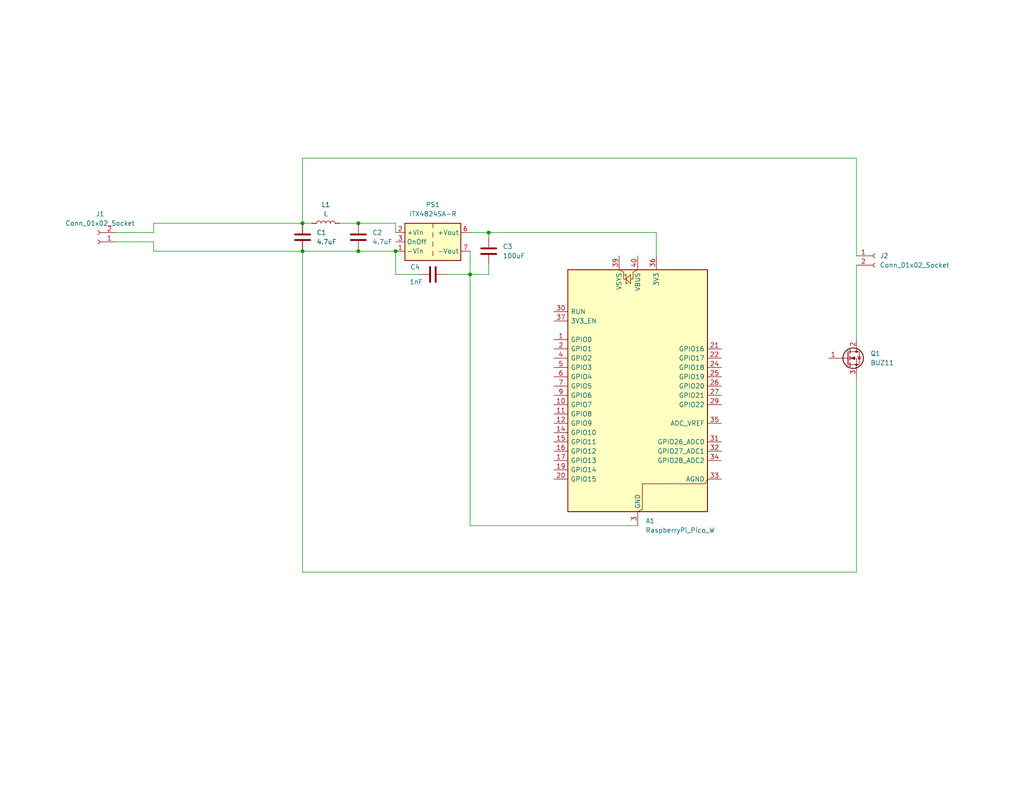
<source format=kicad_sch>
(kicad_sch (version 20250114) (generator "eeschema") (generator_version "9.0")
  (paper "USLetter")
  (title_block (title "uSafe Circuit") (date "2025-11-30") (rev "0.1.0") (company "Stanley Solutions") (comment 1 "Author: Joe Stanley") (comment 2 "License: GPL3.0"))
  (lib_symbols
    (symbol "Connector:Conn_01x02_Socket" (pin_names (offset 1.016) (hide yes))
      (property "Reference" "J" (at 0 2.54 0))
      (property "Value" "Conn_01x02_Socket" (at 0 -5.08 0))
      (symbol "Conn_01x02_Socket_1_1"
        (polyline (pts (xy -1.27 0) (xy -0.508 0)) (stroke (width 0.1524)))
        (polyline (pts (xy -1.27 -2.54) (xy -0.508 -2.54)) (stroke (width 0.1524)))
        (arc (start 0 -0.508) (mid -0.5058 0) (end 0 0.508) (stroke (width 0.1524)))
        (arc (start 0 -3.048) (mid -0.5058 -2.54) (end 0 -2.032) (stroke (width 0.1524)))
        (pin passive line (at -5.08 0 0) (length 3.81) (name "Pin_1") (number "1"))
        (pin passive line (at -5.08 -2.54 0) (length 3.81) (name "Pin_2") (number "2"))
      )
    )
    (symbol "Converter_DCDC:ITX4824SA-R"
      (property "Reference" "PS" (at -7.62 6.35 0))
      (property "Value" "ITX4824SA-R" (at 1.27 6.35 0))
      (symbol "ITX4824SA-R_0_0"
        (pin power_in line (at -10.16 2.54 0) (length 2.54) (name "+Vin") (number "2"))
        (pin input line (at -10.16 0 0) (length 2.54) (name "OnOff") (number "3"))
        (pin power_in line (at -10.16 -2.54 0) (length 2.54) (name "-Vin") (number "1"))
        (pin no_connect line (at 0 5.08 270) (length 2.54) (hide yes) (name "NC") (number "5"))
        (pin no_connect line (at 7.62 0 180) (length 2.54) (hide yes) (name "NC") (number "8"))
        (pin power_out line (at 10.16 2.54 180) (length 2.54) (name "+Vout") (number "6"))
        (pin power_out line (at 10.16 -2.54 180) (length 2.54) (name "-Vout") (number "7"))
      )
      (symbol "ITX4824SA-R_0_1"
        (rectangle (start -7.62 5.08) (end 7.62 -5.08) (stroke (width 0.254)) (fill (type background)))
        (polyline (pts (xy 0 5.08) (xy 0 3.81)))
        (polyline (pts (xy 0 2.54) (xy 0 1.27)))
        (polyline (pts (xy 0 0) (xy 0 -1.27)))
        (polyline (pts (xy 0 -2.54) (xy 0 -3.81)))
      )
    )
    (symbol "Device:C" (pin_numbers (hide yes)) (pin_names (offset 0.254))
      (property "Reference" "C" (at 0.635 2.54 0))
      (property "Value" "C" (at 0.635 -2.54 0))
      (symbol "C_0_1"
        (polyline (pts (xy -2.032 0.762) (xy 2.032 0.762)) (stroke (width 0.508)))
        (polyline (pts (xy -2.032 -0.762) (xy 2.032 -0.762)) (stroke (width 0.508)))
      )
      (symbol "C_1_1"
        (pin passive line (at 0 3.81 270) (length 2.794) (name "~") (number "1"))
        (pin passive line (at 0 -3.81 90) (length 2.794) (name "~") (number "2"))
      )
    )
    (symbol "Device:L" (pin_numbers (hide yes)) (pin_names (offset 1.016) (hide yes))
      (property "Reference" "L" (at -1.27 0 90))
      (property "Value" "L" (at 1.905 0 90))
      (symbol "L_0_1"
        (arc (start 0 2.54) (mid 0.6323 1.905) (end 0 1.27))
        (arc (start 0 1.27) (mid 0.6323 0.635) (end 0 0))
        (arc (start 0 0) (mid 0.6323 -0.635) (end 0 -1.27))
        (arc (start 0 -1.27) (mid 0.6323 -1.905) (end 0 -2.54))
      )
      (symbol "L_1_1"
        (pin passive line (at 0 3.81 270) (length 1.27) (name "1") (number "1"))
        (pin passive line (at 0 -3.81 90) (length 1.27) (name "2") (number "2"))
      )
    )
    (symbol "MCU_Module:RaspberryPi_Pico_W" (pin_names (offset 0.762))
      (property "Reference" "A" (at -19.05 35.56 0))
      (property "Value" "RaspberryPi_Pico_W" (at 7.62 35.56 0))
      (symbol "RaspberryPi_Pico_W_0_1"
        (rectangle (start -19.05 34.29) (end 19.05 -31.75) (stroke (width 0.254)) (fill (type background)))
        (polyline (pts (xy -5.08 34.29) (xy -3.81 33.655) (xy -3.81 31.75) (xy -3.175 31.75)))
        (polyline (pts (xy -3.429 32.766) (xy -3.429 33.02) (xy -3.175 33.02) (xy -3.175 30.48) (xy -2.921 30.48) (xy -2.921 30.734)))
        (polyline (pts (xy -3.175 31.75) (xy -1.905 33.02) (xy -1.905 30.48) (xy -3.175 31.75)))
        (polyline (pts (xy 0 34.29) (xy -1.27 33.655) (xy -1.27 31.75) (xy -1.905 31.75)))
        (polyline (pts (xy 0 -31.75) (xy 1.27 -31.115) (xy 1.27 -24.13) (xy 18.415 -24.13) (xy 19.05 -22.86)))
      )
      (symbol "RaspberryPi_Pico_W_1_1"
        (pin passive line (at -22.86 22.86 0) (length 3.81) (name "RUN") (number "30"))
        (pin passive line (at -22.86 20.32 0) (length 3.81) (name "3V3_EN") (number "37"))
        (pin bidirectional line (at -22.86 15.24 0) (length 3.81) (name "GPIO0") (number "1"))
        (pin bidirectional line (at -22.86 12.7 0) (length 3.81) (name "GPIO1") (number "2"))
        (pin bidirectional line (at -22.86 10.16 0) (length 3.81) (name "GPIO2") (number "4"))
        (pin bidirectional line (at -22.86 7.62 0) (length 3.81) (name "GPIO3") (number "5"))
        (pin bidirectional line (at -22.86 5.08 0) (length 3.81) (name "GPIO4") (number "6"))
        (pin bidirectional line (at -22.86 2.54 0) (length 3.81) (name "GPIO5") (number "7"))
        (pin bidirectional line (at -22.86 0 0) (length 3.81) (name "GPIO6") (number "9"))
        (pin bidirectional line (at -22.86 -2.54 0) (length 3.81) (name "GPIO7") (number "10"))
        (pin bidirectional line (at -22.86 -5.08 0) (length 3.81) (name "GPIO8") (number "11"))
        (pin bidirectional line (at -22.86 -7.62 0) (length 3.81) (name "GPIO9") (number "12"))
        (pin bidirectional line (at -22.86 -10.16 0) (length 3.81) (name "GPIO10") (number "14"))
        (pin bidirectional line (at -22.86 -12.7 0) (length 3.81) (name "GPIO11") (number "15"))
        (pin bidirectional line (at -22.86 -15.24 0) (length 3.81) (name "GPIO12") (number "16"))
        (pin bidirectional line (at -22.86 -17.78 0) (length 3.81) (name "GPIO13") (number "17"))
        (pin bidirectional line (at -22.86 -20.32 0) (length 3.81) (name "GPIO14") (number "19"))
        (pin bidirectional line (at -22.86 -22.86 0) (length 3.81) (name "GPIO15") (number "20"))
        (pin power_in line (at -5.08 38.1 270) (length 3.81) (name "VSYS") (number "39"))
        (pin power_out line (at 0 38.1 270) (length 3.81) (name "VBUS") (number "40"))
        (pin passive line (at 0 -35.56 90) (length 3.81) (hide yes) (name "GND") (number "13"))
        (pin passive line (at 0 -35.56 90) (length 3.81) (hide yes) (name "GND") (number "18"))
        (pin passive line (at 0 -35.56 90) (length 3.81) (hide yes) (name "GND") (number "23"))
        (pin passive line (at 0 -35.56 90) (length 3.81) (hide yes) (name "GND") (number "28"))
        (pin power_out line (at 0 -35.56 90) (length 3.81) (name "GND") (number "3"))
        (pin passive line (at 0 -35.56 90) (length 3.81) (hide yes) (name "GND") (number "38"))
        (pin passive line (at 0 -35.56 90) (length 3.81) (hide yes) (name "GND") (number "8"))
        (pin power_out line (at 5.08 38.1 270) (length 3.81) (name "3V3") (number "36"))
        (pin bidirectional line (at 22.86 12.7 180) (length 3.81) (name "GPIO16") (number "21"))
        (pin bidirectional line (at 22.86 10.16 180) (length 3.81) (name "GPIO17") (number "22"))
        (pin bidirectional line (at 22.86 7.62 180) (length 3.81) (name "GPIO18") (number "24"))
        (pin bidirectional line (at 22.86 5.08 180) (length 3.81) (name "GPIO19") (number "25"))
        (pin bidirectional line (at 22.86 2.54 180) (length 3.81) (name "GPIO20") (number "26"))
        (pin bidirectional line (at 22.86 0 180) (length 3.81) (name "GPIO21") (number "27"))
        (pin bidirectional line (at 22.86 -2.54 180) (length 3.81) (name "GPIO22") (number "29"))
        (pin power_in line (at 22.86 -7.62 180) (length 3.81) (name "ADC_VREF") (number "35"))
        (pin bidirectional line (at 22.86 -12.7 180) (length 3.81) (name "GPIO26_ADC0") (number "31"))
        (pin bidirectional line (at 22.86 -15.24 180) (length 3.81) (name "GPIO27_ADC1") (number "32"))
        (pin bidirectional line (at 22.86 -17.78 180) (length 3.81) (name "GPIO28_ADC2") (number "34"))
        (pin power_out line (at 22.86 -22.86 180) (length 3.81) (name "AGND") (number "33"))
      )
    )
    (symbol "Transistor_FET:BUZ11" (pin_names (hide yes))
      (property "Reference" "Q" (at 5.08 1.905 0))
      (property "Value" "BUZ11" (at 5.08 0 0))
      (symbol "BUZ11_0_1"
        (polyline (pts (xy 0.254 1.905) (xy 0.254 -1.905)) (stroke (width 0.254)))
        (polyline (pts (xy 0.254 0) (xy -2.54 0)))
        (polyline (pts (xy 0.762 2.286) (xy 0.762 1.27)) (stroke (width 0.254)))
        (polyline (pts (xy 0.762 0.508) (xy 0.762 -0.508)) (stroke (width 0.254)))
        (polyline (pts (xy 0.762 -1.27) (xy 0.762 -2.286)) (stroke (width 0.254)))
        (polyline (pts (xy 0.762 -1.778) (xy 3.302 -1.778) (xy 3.302 1.778) (xy 0.762 1.778)))
        (polyline (pts (xy 1.016 0) (xy 2.032 0.381) (xy 2.032 -0.381) (xy 1.016 0)) (fill (type outline)))
        (circle (center 1.651 0) (radius 2.794) (stroke (width 0.254)))
        (polyline (pts (xy 2.54 2.54) (xy 2.54 1.778)))
        (circle (center 2.54 1.778) (radius 0.254) (fill (type outline)))
        (circle (center 2.54 -1.778) (radius 0.254) (fill (type outline)))
        (polyline (pts (xy 2.54 -2.54) (xy 2.54 0) (xy 0.762 0)))
        (polyline (pts (xy 2.794 0.508) (xy 2.921 0.381) (xy 3.683 0.381) (xy 3.81 0.254)))
        (polyline (pts (xy 3.302 0.381) (xy 2.921 -0.254) (xy 3.683 -0.254) (xy 3.302 0.381)))
      )
      (symbol "BUZ11_1_1"
        (pin input line (at -5.08 0 0) (length 2.54) (name "G") (number "1"))
        (pin passive line (at 2.54 5.08 270) (length 2.54) (name "D") (number "2"))
        (pin passive line (at 2.54 -5.08 90) (length 2.54) (name "S") (number "3"))
      )
    )
  )
  (junction (at 97.79 60.96))
  (junction (at 82.55 60.96))
  (junction (at 133.35 63.5))
  (junction (at 128.27 74.93))
  (junction (at 107.95 68.58))
  (junction (at 82.55 68.58))
  (junction (at 97.79 68.58))
  (wire (pts (xy 82.55 156.21) (xy 82.55 68.58)))
  (wire (pts (xy 107.95 63.5) (xy 107.95 60.96)))
  (wire (pts (xy 107.95 68.58) (xy 107.95 74.93)))
  (wire (pts (xy 133.35 63.5) (xy 128.27 63.5)))
  (wire (pts (xy 82.55 43.18) (xy 82.55 60.96)))
  (wire (pts (xy 82.55 68.58) (xy 97.79 68.58)))
  (wire (pts (xy 82.55 60.96) (xy 85.09 60.96)))
  (wire (pts (xy 233.68 72.39) (xy 233.68 92.71)))
  (wire (pts (xy 41.91 63.5) (xy 41.91 60.96)))
  (wire (pts (xy 233.68 156.21) (xy 82.55 156.21)))
  (wire (pts (xy 128.27 74.93) (xy 128.27 143.51)))
  (wire (pts (xy 41.91 66.04) (xy 41.91 68.58)))
  (wire (pts (xy 179.07 69.85) (xy 179.07 63.5)))
  (wire (pts (xy 133.35 72.39) (xy 133.35 74.93)))
  (wire (pts (xy 233.68 102.87) (xy 233.68 156.21)))
  (wire (pts (xy 173.99 143.51) (xy 128.27 143.51)))
  (wire (pts (xy 233.68 69.85) (xy 233.68 43.18)))
  (wire (pts (xy 121.92 74.93) (xy 128.27 74.93)))
  (wire (pts (xy 133.35 74.93) (xy 128.27 74.93)))
  (wire (pts (xy 233.68 43.18) (xy 82.55 43.18)))
  (wire (pts (xy 133.35 63.5) (xy 133.35 64.77)))
  (wire (pts (xy 179.07 63.5) (xy 133.35 63.5)))
  (wire (pts (xy 41.91 68.58) (xy 82.55 68.58)))
  (wire (pts (xy 107.95 60.96) (xy 97.79 60.96)))
  (wire (pts (xy 31.75 66.04) (xy 41.91 66.04)))
  (wire (pts (xy 31.75 63.5) (xy 41.91 63.5)))
  (wire (pts (xy 114.3 74.93) (xy 107.95 74.93)))
  (wire (pts (xy 107.95 68.58) (xy 97.79 68.58)))
  (wire (pts (xy 41.91 60.96) (xy 82.55 60.96)))
  (wire (pts (xy 92.71 60.96) (xy 97.79 60.96)))
  (wire (pts (xy 128.27 74.93) (xy 128.27 68.58)))
  (symbol (lib_id "Device:L") (at 88.9 60.96 90) (unit 1)
    (property "Reference" "L1" (at 88.9 55.88 90))
    (property "Value" "L" (at 88.9 58.42 90))
    (property "Description" "Inductor" (effects (hide yes)))
  )
  (symbol (lib_id "Converter_DCDC:ITX4824SA-R") (at 118.11 66.04 0) (unit 1)
    (property "Reference" "PS1" (at 118.11 55.88 0))
    (property "Value" "ITX4824SA-R" (at 118.11 58.42 0))
    (property "Footprint" "Converter_DCDC:Converter_DCDC_XP_POWER-ITxxxxxS_THT" (effects (hide yes)))
    (property "Datasheet" "https://www.xppower.com/pdfs/SF_ITX.pdf" (effects (hide yes)))
    (property "Description" "XP Power 6W, 1000 VDC Isolated DC/DC Converter Module, Remote Control, Fully Regulated Single Output Voltage 24V, ±250mA, 48V Input Voltage, SIP" (effects (hide yes)))
  )
  (symbol (lib_id "MCU_Module:RaspberryPi_Pico_W") (at 173.99 107.95 0) (unit 1)
    (property "Reference" "A1" (at 176.1333 142.24 0) (effects (justify left)))
    (property "Value" "RaspberryPi_Pico_W" (at 176.1333 144.78 0) (effects (justify left)))
    (property "Footprint" "Module:RaspberryPi_Pico_W_SMD_HandSolder" (effects (hide yes)))
    (property "Datasheet" "https://datasheets.raspberrypi.com/picow/pico-w-datasheet.pdf" (effects (hide yes)))
    (property "Description" "Versatile and inexpensive wireless microcontroller module powered by RP2040 dual-core Arm Cortex-M0+ processor up to 133 MHz, 264kB SRAM, 2MB QSPI flash, Infineon CYW43439 2.4GHz 802.11n wireless LAN; also supports Raspberry Pi Pico 2 W" (effects (hide yes)))
  )
  (symbol (lib_id "Device:C") (at 82.55 64.77 0) (unit 1)
    (property "Reference" "C1" (at 86.36 63.4999 0) (effects (justify left)))
    (property "Value" "4.7uF" (at 86.36 66.0399 0) (effects (justify left)))
    (property "Description" "Unpolarized capacitor" (effects (hide yes)))
  )
  (symbol (lib_id "Transistor_FET:BUZ11") (at 231.14 97.79 0) (unit 1)
    (property "Reference" "Q1" (at 237.49 96.5199 0) (effects (justify left)))
    (property "Value" "BUZ11" (at 237.49 99.0599 0) (effects (justify left)))
    (property "Footprint" "Package_TO_SOT_THT:TO-220-3_Vertical" (effects (hide yes)))
    (property "Datasheet" "https://media.digikey.com/pdf/Data%20Sheets/Fairchild%20PDFs/BUZ11.pdf" (effects (hide yes)))
    (property "Description" "30A Id, 50V Vds, N-Channel Power MOSFET, TO-220" (effects (hide yes)))
  )
  (symbol (lib_id "Device:C") (at 133.35 68.58 0) (unit 1)
    (property "Reference" "C3" (at 137.16 67.3099 0) (effects (justify left)))
    (property "Value" "100uF" (at 137.16 69.8499 0) (effects (justify left)))
    (property "Description" "Unpolarized capacitor" (effects (hide yes)))
  )
  (symbol (lib_id "Connector:Conn_01x02_Socket") (at 238.76 69.85 0) (unit 1)
    (property "Reference" "J2" (at 240.03 69.8499 0) (effects (justify left)))
    (property "Value" "Conn_01x02_Socket" (at 240.03 72.3899 0) (effects (justify left)))
    (property "Description" "Generic connector, single row, 01x02, script generated" (effects (hide yes)))
  )
  (symbol (lib_id "Device:C") (at 97.79 64.77 0) (unit 1)
    (property "Reference" "C2" (at 101.6 63.4999 0) (effects (justify left)))
    (property "Value" "4.7uF" (at 101.6 66.0399 0) (effects (justify left)))
    (property "Description" "Unpolarized capacitor" (effects (hide yes)))
  )
  (symbol (lib_id "Device:C") (at 118.11 74.93 90) (unit 1)
    (property "Reference" "C4" (at 113.284 72.898 90))
    (property "Value" "1nF" (at 113.538 76.962 90))
    (property "Description" "Unpolarized capacitor" (effects (hide yes)))
  )
  (symbol (lib_id "Connector:Conn_01x02_Socket") (at 26.67 66.04 180) (unit 1)
    (property "Reference" "J1" (at 27.305 58.42 0))
    (property "Value" "Conn_01x02_Socket" (at 27.305 60.96 0))
    (property "Description" "Generic connector, single row, 01x02, script generated" (effects (hide yes)))
  )
)
</source>
